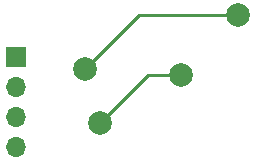
<source format=gbr>
%TF.GenerationSoftware,KiCad,Pcbnew,7.0.9*%
%TF.CreationDate,2024-01-31T11:52:48-08:00*%
%TF.ProjectId,breakout,62726561-6b6f-4757-942e-6b696361645f,rev?*%
%TF.SameCoordinates,Original*%
%TF.FileFunction,Copper,L2,Bot*%
%TF.FilePolarity,Positive*%
%FSLAX46Y46*%
G04 Gerber Fmt 4.6, Leading zero omitted, Abs format (unit mm)*
G04 Created by KiCad (PCBNEW 7.0.9) date 2024-01-31 11:52:48*
%MOMM*%
%LPD*%
G01*
G04 APERTURE LIST*
%TA.AperFunction,ComponentPad*%
%ADD10R,1.700000X1.700000*%
%TD*%
%TA.AperFunction,ComponentPad*%
%ADD11O,1.700000X1.700000*%
%TD*%
%TA.AperFunction,ViaPad*%
%ADD12C,2.000000*%
%TD*%
%TA.AperFunction,Conductor*%
%ADD13C,0.250000*%
%TD*%
G04 APERTURE END LIST*
D10*
%TO.P,J1,1,Pin_1*%
%TO.N,GND*%
X130302000Y-90678000D03*
D11*
%TO.P,J1,2,Pin_2*%
%TO.N,/SCL_XIAO*%
X130302000Y-93218000D03*
%TO.P,J1,3,Pin_3*%
%TO.N,/SDA_XIAO*%
X130302000Y-95758000D03*
%TO.P,J1,4,Pin_4*%
%TO.N,/3V3*%
X130302000Y-98298000D03*
%TD*%
D12*
%TO.N,/SDA_TLV*%
X136144000Y-91694000D03*
%TO.N,GND*%
X144272000Y-92202000D03*
X137414000Y-96266000D03*
%TO.N,/SDA_TLV*%
X149098000Y-87122000D03*
%TD*%
D13*
%TO.N,GND*%
X137414000Y-96266000D02*
X141478000Y-92202000D01*
X141478000Y-92202000D02*
X144272000Y-92202000D01*
%TO.N,/SDA_TLV*%
X149098000Y-87122000D02*
X140716000Y-87122000D01*
X140716000Y-87122000D02*
X136144000Y-91694000D01*
%TD*%
M02*

</source>
